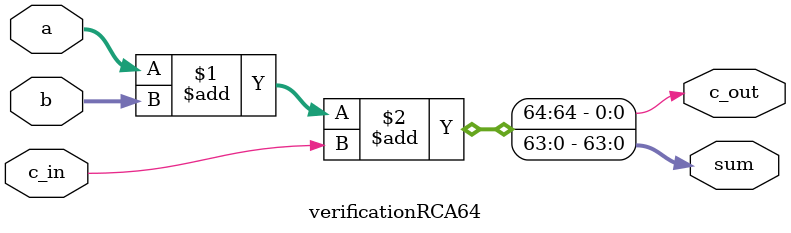
<source format=v>
`timescale 1ns / 1ps

module verificationRCA64
(
    input[63:0] a, b,
    input c_in,

    output[63:0] sum,
    output c_out
);
    // check add with behavioural logic 
	assign {c_out, sum} = a + b + c_in;

endmodule

</source>
